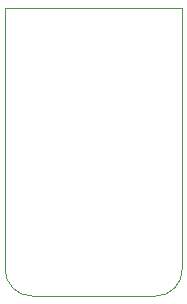
<source format=gbr>
%TF.GenerationSoftware,KiCad,Pcbnew,(5.1.8-0-10_14)*%
%TF.CreationDate,2021-08-04T22:04:29-04:00*%
%TF.ProjectId,MyTPM,4d795450-4d2e-46b6-9963-61645f706362,rev?*%
%TF.SameCoordinates,Original*%
%TF.FileFunction,Profile,NP*%
%FSLAX46Y46*%
G04 Gerber Fmt 4.6, Leading zero omitted, Abs format (unit mm)*
G04 Created by KiCad (PCBNEW (5.1.8-0-10_14)) date 2021-08-04 22:04:29*
%MOMM*%
%LPD*%
G01*
G04 APERTURE LIST*
%TA.AperFunction,Profile*%
%ADD10C,0.100000*%
%TD*%
G04 APERTURE END LIST*
D10*
X145526762Y-86481602D02*
G75*
G02*
X143207740Y-84201000I-38102J2280602D01*
G01*
X158213742Y-84167978D02*
G75*
G02*
X155933140Y-86487000I-2280602J-38102D01*
G01*
X158205300Y-62086780D02*
X158213742Y-84167978D01*
X143205300Y-62086780D02*
X158205300Y-62086780D01*
X143207740Y-84201000D02*
X143205300Y-62086780D01*
X155933140Y-86487000D02*
X145526762Y-86481602D01*
M02*

</source>
